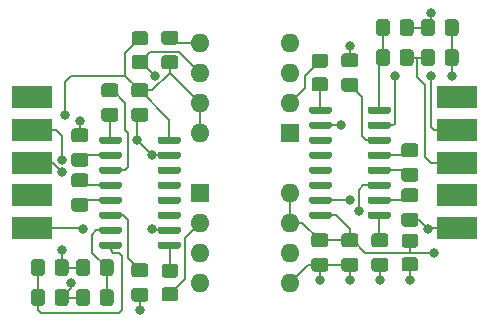
<source format=gbr>
%TF.GenerationSoftware,KiCad,Pcbnew,5.1.8*%
%TF.CreationDate,2020-11-15T10:57:14+00:00*%
%TF.ProjectId,rs232Isolator,72733233-3249-4736-9f6c-61746f722e6b,rev?*%
%TF.SameCoordinates,PX4421680PY42d7d10*%
%TF.FileFunction,Copper,L1,Top*%
%TF.FilePolarity,Positive*%
%FSLAX46Y46*%
G04 Gerber Fmt 4.6, Leading zero omitted, Abs format (unit mm)*
G04 Created by KiCad (PCBNEW 5.1.8) date 2020-11-15 10:57:14*
%MOMM*%
%LPD*%
G01*
G04 APERTURE LIST*
%TA.AperFunction,SMDPad,CuDef*%
%ADD10R,3.480000X1.846667*%
%TD*%
%TA.AperFunction,ComponentPad*%
%ADD11O,1.600000X1.600000*%
%TD*%
%TA.AperFunction,ComponentPad*%
%ADD12R,1.600000X1.600000*%
%TD*%
%TA.AperFunction,ViaPad*%
%ADD13C,0.800000*%
%TD*%
%TA.AperFunction,Conductor*%
%ADD14C,0.200000*%
%TD*%
G04 APERTURE END LIST*
%TO.P,U4,16*%
%TO.N,/5V2*%
%TA.AperFunction,SMDPad,CuDef*%
G36*
G01*
X27390000Y-19295000D02*
X27390000Y-19595000D01*
G75*
G02*
X27240000Y-19745000I-150000J0D01*
G01*
X25590000Y-19745000D01*
G75*
G02*
X25440000Y-19595000I0J150000D01*
G01*
X25440000Y-19295000D01*
G75*
G02*
X25590000Y-19145000I150000J0D01*
G01*
X27240000Y-19145000D01*
G75*
G02*
X27390000Y-19295000I0J-150000D01*
G01*
G37*
%TD.AperFunction*%
%TO.P,U4,15*%
%TO.N,/Gnd2*%
%TA.AperFunction,SMDPad,CuDef*%
G36*
G01*
X27390000Y-18025000D02*
X27390000Y-18325000D01*
G75*
G02*
X27240000Y-18475000I-150000J0D01*
G01*
X25590000Y-18475000D01*
G75*
G02*
X25440000Y-18325000I0J150000D01*
G01*
X25440000Y-18025000D01*
G75*
G02*
X25590000Y-17875000I150000J0D01*
G01*
X27240000Y-17875000D01*
G75*
G02*
X27390000Y-18025000I0J-150000D01*
G01*
G37*
%TD.AperFunction*%
%TO.P,U4,14*%
%TO.N,Net-(U4-Pad14)*%
%TA.AperFunction,SMDPad,CuDef*%
G36*
G01*
X27390000Y-16755000D02*
X27390000Y-17055000D01*
G75*
G02*
X27240000Y-17205000I-150000J0D01*
G01*
X25590000Y-17205000D01*
G75*
G02*
X25440000Y-17055000I0J150000D01*
G01*
X25440000Y-16755000D01*
G75*
G02*
X25590000Y-16605000I150000J0D01*
G01*
X27240000Y-16605000D01*
G75*
G02*
X27390000Y-16755000I0J-150000D01*
G01*
G37*
%TD.AperFunction*%
%TO.P,U4,13*%
%TO.N,Net-(U4-Pad13)*%
%TA.AperFunction,SMDPad,CuDef*%
G36*
G01*
X27390000Y-15485000D02*
X27390000Y-15785000D01*
G75*
G02*
X27240000Y-15935000I-150000J0D01*
G01*
X25590000Y-15935000D01*
G75*
G02*
X25440000Y-15785000I0J150000D01*
G01*
X25440000Y-15485000D01*
G75*
G02*
X25590000Y-15335000I150000J0D01*
G01*
X27240000Y-15335000D01*
G75*
G02*
X27390000Y-15485000I0J-150000D01*
G01*
G37*
%TD.AperFunction*%
%TO.P,U4,12*%
%TO.N,Net-(U4-Pad12)*%
%TA.AperFunction,SMDPad,CuDef*%
G36*
G01*
X27390000Y-14215000D02*
X27390000Y-14515000D01*
G75*
G02*
X27240000Y-14665000I-150000J0D01*
G01*
X25590000Y-14665000D01*
G75*
G02*
X25440000Y-14515000I0J150000D01*
G01*
X25440000Y-14215000D01*
G75*
G02*
X25590000Y-14065000I150000J0D01*
G01*
X27240000Y-14065000D01*
G75*
G02*
X27390000Y-14215000I0J-150000D01*
G01*
G37*
%TD.AperFunction*%
%TO.P,U4,11*%
%TO.N,Net-(U4-Pad11)*%
%TA.AperFunction,SMDPad,CuDef*%
G36*
G01*
X27390000Y-12945000D02*
X27390000Y-13245000D01*
G75*
G02*
X27240000Y-13395000I-150000J0D01*
G01*
X25590000Y-13395000D01*
G75*
G02*
X25440000Y-13245000I0J150000D01*
G01*
X25440000Y-12945000D01*
G75*
G02*
X25590000Y-12795000I150000J0D01*
G01*
X27240000Y-12795000D01*
G75*
G02*
X27390000Y-12945000I0J-150000D01*
G01*
G37*
%TD.AperFunction*%
%TO.P,U4,10*%
%TO.N,Net-(R7-Pad2)*%
%TA.AperFunction,SMDPad,CuDef*%
G36*
G01*
X27390000Y-11675000D02*
X27390000Y-11975000D01*
G75*
G02*
X27240000Y-12125000I-150000J0D01*
G01*
X25590000Y-12125000D01*
G75*
G02*
X25440000Y-11975000I0J150000D01*
G01*
X25440000Y-11675000D01*
G75*
G02*
X25590000Y-11525000I150000J0D01*
G01*
X27240000Y-11525000D01*
G75*
G02*
X27390000Y-11675000I0J-150000D01*
G01*
G37*
%TD.AperFunction*%
%TO.P,U4,9*%
%TO.N,Net-(R8-Pad1)*%
%TA.AperFunction,SMDPad,CuDef*%
G36*
G01*
X27390000Y-10405000D02*
X27390000Y-10705000D01*
G75*
G02*
X27240000Y-10855000I-150000J0D01*
G01*
X25590000Y-10855000D01*
G75*
G02*
X25440000Y-10705000I0J150000D01*
G01*
X25440000Y-10405000D01*
G75*
G02*
X25590000Y-10255000I150000J0D01*
G01*
X27240000Y-10255000D01*
G75*
G02*
X27390000Y-10405000I0J-150000D01*
G01*
G37*
%TD.AperFunction*%
%TO.P,U4,8*%
%TO.N,/Rx2*%
%TA.AperFunction,SMDPad,CuDef*%
G36*
G01*
X32340000Y-10405000D02*
X32340000Y-10705000D01*
G75*
G02*
X32190000Y-10855000I-150000J0D01*
G01*
X30540000Y-10855000D01*
G75*
G02*
X30390000Y-10705000I0J150000D01*
G01*
X30390000Y-10405000D01*
G75*
G02*
X30540000Y-10255000I150000J0D01*
G01*
X32190000Y-10255000D01*
G75*
G02*
X32340000Y-10405000I0J-150000D01*
G01*
G37*
%TD.AperFunction*%
%TO.P,U4,7*%
%TO.N,/Tx2*%
%TA.AperFunction,SMDPad,CuDef*%
G36*
G01*
X32340000Y-11675000D02*
X32340000Y-11975000D01*
G75*
G02*
X32190000Y-12125000I-150000J0D01*
G01*
X30540000Y-12125000D01*
G75*
G02*
X30390000Y-11975000I0J150000D01*
G01*
X30390000Y-11675000D01*
G75*
G02*
X30540000Y-11525000I150000J0D01*
G01*
X32190000Y-11525000D01*
G75*
G02*
X32340000Y-11675000I0J-150000D01*
G01*
G37*
%TD.AperFunction*%
%TO.P,U4,6*%
%TO.N,Net-(C12-Pad1)*%
%TA.AperFunction,SMDPad,CuDef*%
G36*
G01*
X32340000Y-12945000D02*
X32340000Y-13245000D01*
G75*
G02*
X32190000Y-13395000I-150000J0D01*
G01*
X30540000Y-13395000D01*
G75*
G02*
X30390000Y-13245000I0J150000D01*
G01*
X30390000Y-12945000D01*
G75*
G02*
X30540000Y-12795000I150000J0D01*
G01*
X32190000Y-12795000D01*
G75*
G02*
X32340000Y-12945000I0J-150000D01*
G01*
G37*
%TD.AperFunction*%
%TO.P,U4,5*%
%TO.N,Net-(C11-Pad2)*%
%TA.AperFunction,SMDPad,CuDef*%
G36*
G01*
X32340000Y-14215000D02*
X32340000Y-14515000D01*
G75*
G02*
X32190000Y-14665000I-150000J0D01*
G01*
X30540000Y-14665000D01*
G75*
G02*
X30390000Y-14515000I0J150000D01*
G01*
X30390000Y-14215000D01*
G75*
G02*
X30540000Y-14065000I150000J0D01*
G01*
X32190000Y-14065000D01*
G75*
G02*
X32340000Y-14215000I0J-150000D01*
G01*
G37*
%TD.AperFunction*%
%TO.P,U4,4*%
%TO.N,Net-(C11-Pad1)*%
%TA.AperFunction,SMDPad,CuDef*%
G36*
G01*
X32340000Y-15485000D02*
X32340000Y-15785000D01*
G75*
G02*
X32190000Y-15935000I-150000J0D01*
G01*
X30540000Y-15935000D01*
G75*
G02*
X30390000Y-15785000I0J150000D01*
G01*
X30390000Y-15485000D01*
G75*
G02*
X30540000Y-15335000I150000J0D01*
G01*
X32190000Y-15335000D01*
G75*
G02*
X32340000Y-15485000I0J-150000D01*
G01*
G37*
%TD.AperFunction*%
%TO.P,U4,3*%
%TO.N,Net-(C8-Pad2)*%
%TA.AperFunction,SMDPad,CuDef*%
G36*
G01*
X32340000Y-16755000D02*
X32340000Y-17055000D01*
G75*
G02*
X32190000Y-17205000I-150000J0D01*
G01*
X30540000Y-17205000D01*
G75*
G02*
X30390000Y-17055000I0J150000D01*
G01*
X30390000Y-16755000D01*
G75*
G02*
X30540000Y-16605000I150000J0D01*
G01*
X32190000Y-16605000D01*
G75*
G02*
X32340000Y-16755000I0J-150000D01*
G01*
G37*
%TD.AperFunction*%
%TO.P,U4,2*%
%TO.N,Net-(C10-Pad1)*%
%TA.AperFunction,SMDPad,CuDef*%
G36*
G01*
X32340000Y-18025000D02*
X32340000Y-18325000D01*
G75*
G02*
X32190000Y-18475000I-150000J0D01*
G01*
X30540000Y-18475000D01*
G75*
G02*
X30390000Y-18325000I0J150000D01*
G01*
X30390000Y-18025000D01*
G75*
G02*
X30540000Y-17875000I150000J0D01*
G01*
X32190000Y-17875000D01*
G75*
G02*
X32340000Y-18025000I0J-150000D01*
G01*
G37*
%TD.AperFunction*%
%TO.P,U4,1*%
%TO.N,Net-(C8-Pad1)*%
%TA.AperFunction,SMDPad,CuDef*%
G36*
G01*
X32340000Y-19295000D02*
X32340000Y-19595000D01*
G75*
G02*
X32190000Y-19745000I-150000J0D01*
G01*
X30540000Y-19745000D01*
G75*
G02*
X30390000Y-19595000I0J150000D01*
G01*
X30390000Y-19295000D01*
G75*
G02*
X30540000Y-19145000I150000J0D01*
G01*
X32190000Y-19145000D01*
G75*
G02*
X32340000Y-19295000I0J-150000D01*
G01*
G37*
%TD.AperFunction*%
%TD*%
%TO.P,U1,16*%
%TO.N,/5V1*%
%TA.AperFunction,SMDPad,CuDef*%
G36*
G01*
X12610000Y-13245000D02*
X12610000Y-12945000D01*
G75*
G02*
X12760000Y-12795000I150000J0D01*
G01*
X14410000Y-12795000D01*
G75*
G02*
X14560000Y-12945000I0J-150000D01*
G01*
X14560000Y-13245000D01*
G75*
G02*
X14410000Y-13395000I-150000J0D01*
G01*
X12760000Y-13395000D01*
G75*
G02*
X12610000Y-13245000I0J150000D01*
G01*
G37*
%TD.AperFunction*%
%TO.P,U1,15*%
%TO.N,/Gnd1*%
%TA.AperFunction,SMDPad,CuDef*%
G36*
G01*
X12610000Y-14515000D02*
X12610000Y-14215000D01*
G75*
G02*
X12760000Y-14065000I150000J0D01*
G01*
X14410000Y-14065000D01*
G75*
G02*
X14560000Y-14215000I0J-150000D01*
G01*
X14560000Y-14515000D01*
G75*
G02*
X14410000Y-14665000I-150000J0D01*
G01*
X12760000Y-14665000D01*
G75*
G02*
X12610000Y-14515000I0J150000D01*
G01*
G37*
%TD.AperFunction*%
%TO.P,U1,14*%
%TO.N,Net-(U1-Pad14)*%
%TA.AperFunction,SMDPad,CuDef*%
G36*
G01*
X12610000Y-15785000D02*
X12610000Y-15485000D01*
G75*
G02*
X12760000Y-15335000I150000J0D01*
G01*
X14410000Y-15335000D01*
G75*
G02*
X14560000Y-15485000I0J-150000D01*
G01*
X14560000Y-15785000D01*
G75*
G02*
X14410000Y-15935000I-150000J0D01*
G01*
X12760000Y-15935000D01*
G75*
G02*
X12610000Y-15785000I0J150000D01*
G01*
G37*
%TD.AperFunction*%
%TO.P,U1,13*%
%TO.N,Net-(U1-Pad13)*%
%TA.AperFunction,SMDPad,CuDef*%
G36*
G01*
X12610000Y-17055000D02*
X12610000Y-16755000D01*
G75*
G02*
X12760000Y-16605000I150000J0D01*
G01*
X14410000Y-16605000D01*
G75*
G02*
X14560000Y-16755000I0J-150000D01*
G01*
X14560000Y-17055000D01*
G75*
G02*
X14410000Y-17205000I-150000J0D01*
G01*
X12760000Y-17205000D01*
G75*
G02*
X12610000Y-17055000I0J150000D01*
G01*
G37*
%TD.AperFunction*%
%TO.P,U1,12*%
%TO.N,Net-(U1-Pad12)*%
%TA.AperFunction,SMDPad,CuDef*%
G36*
G01*
X12610000Y-18325000D02*
X12610000Y-18025000D01*
G75*
G02*
X12760000Y-17875000I150000J0D01*
G01*
X14410000Y-17875000D01*
G75*
G02*
X14560000Y-18025000I0J-150000D01*
G01*
X14560000Y-18325000D01*
G75*
G02*
X14410000Y-18475000I-150000J0D01*
G01*
X12760000Y-18475000D01*
G75*
G02*
X12610000Y-18325000I0J150000D01*
G01*
G37*
%TD.AperFunction*%
%TO.P,U1,11*%
%TO.N,Net-(U1-Pad11)*%
%TA.AperFunction,SMDPad,CuDef*%
G36*
G01*
X12610000Y-19595000D02*
X12610000Y-19295000D01*
G75*
G02*
X12760000Y-19145000I150000J0D01*
G01*
X14410000Y-19145000D01*
G75*
G02*
X14560000Y-19295000I0J-150000D01*
G01*
X14560000Y-19595000D01*
G75*
G02*
X14410000Y-19745000I-150000J0D01*
G01*
X12760000Y-19745000D01*
G75*
G02*
X12610000Y-19595000I0J150000D01*
G01*
G37*
%TD.AperFunction*%
%TO.P,U1,10*%
%TO.N,Net-(R6-Pad2)*%
%TA.AperFunction,SMDPad,CuDef*%
G36*
G01*
X12610000Y-20865000D02*
X12610000Y-20565000D01*
G75*
G02*
X12760000Y-20415000I150000J0D01*
G01*
X14410000Y-20415000D01*
G75*
G02*
X14560000Y-20565000I0J-150000D01*
G01*
X14560000Y-20865000D01*
G75*
G02*
X14410000Y-21015000I-150000J0D01*
G01*
X12760000Y-21015000D01*
G75*
G02*
X12610000Y-20865000I0J150000D01*
G01*
G37*
%TD.AperFunction*%
%TO.P,U1,9*%
%TO.N,Net-(R5-Pad1)*%
%TA.AperFunction,SMDPad,CuDef*%
G36*
G01*
X12610000Y-22135000D02*
X12610000Y-21835000D01*
G75*
G02*
X12760000Y-21685000I150000J0D01*
G01*
X14410000Y-21685000D01*
G75*
G02*
X14560000Y-21835000I0J-150000D01*
G01*
X14560000Y-22135000D01*
G75*
G02*
X14410000Y-22285000I-150000J0D01*
G01*
X12760000Y-22285000D01*
G75*
G02*
X12610000Y-22135000I0J150000D01*
G01*
G37*
%TD.AperFunction*%
%TO.P,U1,8*%
%TO.N,/Rx1*%
%TA.AperFunction,SMDPad,CuDef*%
G36*
G01*
X7660000Y-22135000D02*
X7660000Y-21835000D01*
G75*
G02*
X7810000Y-21685000I150000J0D01*
G01*
X9460000Y-21685000D01*
G75*
G02*
X9610000Y-21835000I0J-150000D01*
G01*
X9610000Y-22135000D01*
G75*
G02*
X9460000Y-22285000I-150000J0D01*
G01*
X7810000Y-22285000D01*
G75*
G02*
X7660000Y-22135000I0J150000D01*
G01*
G37*
%TD.AperFunction*%
%TO.P,U1,7*%
%TO.N,/Tx1*%
%TA.AperFunction,SMDPad,CuDef*%
G36*
G01*
X7660000Y-20865000D02*
X7660000Y-20565000D01*
G75*
G02*
X7810000Y-20415000I150000J0D01*
G01*
X9460000Y-20415000D01*
G75*
G02*
X9610000Y-20565000I0J-150000D01*
G01*
X9610000Y-20865000D01*
G75*
G02*
X9460000Y-21015000I-150000J0D01*
G01*
X7810000Y-21015000D01*
G75*
G02*
X7660000Y-20865000I0J150000D01*
G01*
G37*
%TD.AperFunction*%
%TO.P,U1,6*%
%TO.N,Net-(C3-Pad1)*%
%TA.AperFunction,SMDPad,CuDef*%
G36*
G01*
X7660000Y-19595000D02*
X7660000Y-19295000D01*
G75*
G02*
X7810000Y-19145000I150000J0D01*
G01*
X9460000Y-19145000D01*
G75*
G02*
X9610000Y-19295000I0J-150000D01*
G01*
X9610000Y-19595000D01*
G75*
G02*
X9460000Y-19745000I-150000J0D01*
G01*
X7810000Y-19745000D01*
G75*
G02*
X7660000Y-19595000I0J150000D01*
G01*
G37*
%TD.AperFunction*%
%TO.P,U1,5*%
%TO.N,Net-(C2-Pad2)*%
%TA.AperFunction,SMDPad,CuDef*%
G36*
G01*
X7660000Y-18325000D02*
X7660000Y-18025000D01*
G75*
G02*
X7810000Y-17875000I150000J0D01*
G01*
X9460000Y-17875000D01*
G75*
G02*
X9610000Y-18025000I0J-150000D01*
G01*
X9610000Y-18325000D01*
G75*
G02*
X9460000Y-18475000I-150000J0D01*
G01*
X7810000Y-18475000D01*
G75*
G02*
X7660000Y-18325000I0J150000D01*
G01*
G37*
%TD.AperFunction*%
%TO.P,U1,4*%
%TO.N,Net-(C2-Pad1)*%
%TA.AperFunction,SMDPad,CuDef*%
G36*
G01*
X7660000Y-17055000D02*
X7660000Y-16755000D01*
G75*
G02*
X7810000Y-16605000I150000J0D01*
G01*
X9460000Y-16605000D01*
G75*
G02*
X9610000Y-16755000I0J-150000D01*
G01*
X9610000Y-17055000D01*
G75*
G02*
X9460000Y-17205000I-150000J0D01*
G01*
X7810000Y-17205000D01*
G75*
G02*
X7660000Y-17055000I0J150000D01*
G01*
G37*
%TD.AperFunction*%
%TO.P,U1,3*%
%TO.N,Net-(C1-Pad2)*%
%TA.AperFunction,SMDPad,CuDef*%
G36*
G01*
X7660000Y-15785000D02*
X7660000Y-15485000D01*
G75*
G02*
X7810000Y-15335000I150000J0D01*
G01*
X9460000Y-15335000D01*
G75*
G02*
X9610000Y-15485000I0J-150000D01*
G01*
X9610000Y-15785000D01*
G75*
G02*
X9460000Y-15935000I-150000J0D01*
G01*
X7810000Y-15935000D01*
G75*
G02*
X7660000Y-15785000I0J150000D01*
G01*
G37*
%TD.AperFunction*%
%TO.P,U1,2*%
%TO.N,Net-(C4-Pad1)*%
%TA.AperFunction,SMDPad,CuDef*%
G36*
G01*
X7660000Y-14515000D02*
X7660000Y-14215000D01*
G75*
G02*
X7810000Y-14065000I150000J0D01*
G01*
X9460000Y-14065000D01*
G75*
G02*
X9610000Y-14215000I0J-150000D01*
G01*
X9610000Y-14515000D01*
G75*
G02*
X9460000Y-14665000I-150000J0D01*
G01*
X7810000Y-14665000D01*
G75*
G02*
X7660000Y-14515000I0J150000D01*
G01*
G37*
%TD.AperFunction*%
%TO.P,U1,1*%
%TO.N,Net-(C1-Pad1)*%
%TA.AperFunction,SMDPad,CuDef*%
G36*
G01*
X7660000Y-13245000D02*
X7660000Y-12945000D01*
G75*
G02*
X7810000Y-12795000I150000J0D01*
G01*
X9460000Y-12795000D01*
G75*
G02*
X9610000Y-12945000I0J-150000D01*
G01*
X9610000Y-13245000D01*
G75*
G02*
X9460000Y-13395000I-150000J0D01*
G01*
X7810000Y-13395000D01*
G75*
G02*
X7660000Y-13245000I0J150000D01*
G01*
G37*
%TD.AperFunction*%
%TD*%
D10*
%TO.P,J2,5*%
%TO.N,/Gnd2*%
X38000000Y-20540000D03*
%TO.P,J2,4*%
%TO.N,Net-(J2-Pad4)*%
X38000000Y-17770000D03*
%TO.P,J2,3*%
%TO.N,Net-(J2-Pad3)*%
X38000000Y-15000000D03*
%TO.P,J2,2*%
%TO.N,Net-(J2-Pad2)*%
X38000000Y-12230000D03*
%TO.P,J2,1*%
%TO.N,Net-(J2-Pad1)*%
X38000000Y-9460000D03*
%TD*%
D11*
%TO.P,U3,8*%
%TO.N,/5V1*%
X16190000Y-12460000D03*
%TO.P,U3,4*%
%TO.N,N/C*%
X23810000Y-4840000D03*
%TO.P,U3,7*%
%TO.N,/5V1*%
X16190000Y-9920000D03*
%TO.P,U3,3*%
%TO.N,/Gnd2*%
X23810000Y-7380000D03*
%TO.P,U3,6*%
%TO.N,Net-(R6-Pad2)*%
X16190000Y-7380000D03*
%TO.P,U3,2*%
%TO.N,Net-(R8-Pad2)*%
X23810000Y-9920000D03*
%TO.P,U3,5*%
%TO.N,/Gnd1*%
X16190000Y-4840000D03*
D12*
%TO.P,U3,1*%
%TO.N,Net-(U3-Pad1)*%
X23810000Y-12460000D03*
%TD*%
D11*
%TO.P,U2,8*%
%TO.N,/5V2*%
X23810000Y-17540000D03*
%TO.P,U2,4*%
%TO.N,N/C*%
X16190000Y-25160000D03*
%TO.P,U2,7*%
%TO.N,/5V2*%
X23810000Y-20080000D03*
%TO.P,U2,3*%
%TO.N,/Gnd1*%
X16190000Y-22620000D03*
%TO.P,U2,6*%
%TO.N,Net-(R7-Pad2)*%
X23810000Y-22620000D03*
%TO.P,U2,2*%
%TO.N,Net-(R5-Pad2)*%
X16190000Y-20080000D03*
%TO.P,U2,5*%
%TO.N,/Gnd2*%
X23810000Y-25160000D03*
D12*
%TO.P,U2,1*%
%TO.N,Net-(U2-Pad1)*%
X16190000Y-17540000D03*
%TD*%
%TO.P,R12,2*%
%TO.N,Net-(J2-Pad3)*%
%TA.AperFunction,SMDPad,CuDef*%
G36*
G01*
X36110000Y-5659999D02*
X36110000Y-6560001D01*
G75*
G02*
X35860001Y-6810000I-249999J0D01*
G01*
X35159999Y-6810000D01*
G75*
G02*
X34910000Y-6560001I0J249999D01*
G01*
X34910000Y-5659999D01*
G75*
G02*
X35159999Y-5410000I249999J0D01*
G01*
X35860001Y-5410000D01*
G75*
G02*
X36110000Y-5659999I0J-249999D01*
G01*
G37*
%TD.AperFunction*%
%TO.P,R12,1*%
%TO.N,/Tx2*%
%TA.AperFunction,SMDPad,CuDef*%
G36*
G01*
X38110000Y-5659999D02*
X38110000Y-6560001D01*
G75*
G02*
X37860001Y-6810000I-249999J0D01*
G01*
X37159999Y-6810000D01*
G75*
G02*
X36910000Y-6560001I0J249999D01*
G01*
X36910000Y-5659999D01*
G75*
G02*
X37159999Y-5410000I249999J0D01*
G01*
X37860001Y-5410000D01*
G75*
G02*
X38110000Y-5659999I0J-249999D01*
G01*
G37*
%TD.AperFunction*%
%TD*%
%TO.P,R11,2*%
%TO.N,Net-(J2-Pad3)*%
%TA.AperFunction,SMDPad,CuDef*%
G36*
G01*
X33100000Y-6560001D02*
X33100000Y-5659999D01*
G75*
G02*
X33349999Y-5410000I249999J0D01*
G01*
X34050001Y-5410000D01*
G75*
G02*
X34300000Y-5659999I0J-249999D01*
G01*
X34300000Y-6560001D01*
G75*
G02*
X34050001Y-6810000I-249999J0D01*
G01*
X33349999Y-6810000D01*
G75*
G02*
X33100000Y-6560001I0J249999D01*
G01*
G37*
%TD.AperFunction*%
%TO.P,R11,1*%
%TO.N,/Rx2*%
%TA.AperFunction,SMDPad,CuDef*%
G36*
G01*
X31100000Y-6560001D02*
X31100000Y-5659999D01*
G75*
G02*
X31349999Y-5410000I249999J0D01*
G01*
X32050001Y-5410000D01*
G75*
G02*
X32300000Y-5659999I0J-249999D01*
G01*
X32300000Y-6560001D01*
G75*
G02*
X32050001Y-6810000I-249999J0D01*
G01*
X31349999Y-6810000D01*
G75*
G02*
X31100000Y-6560001I0J249999D01*
G01*
G37*
%TD.AperFunction*%
%TD*%
%TO.P,R10,2*%
%TO.N,Net-(J2-Pad2)*%
%TA.AperFunction,SMDPad,CuDef*%
G36*
G01*
X36110000Y-3119999D02*
X36110000Y-4020001D01*
G75*
G02*
X35860001Y-4270000I-249999J0D01*
G01*
X35159999Y-4270000D01*
G75*
G02*
X34910000Y-4020001I0J249999D01*
G01*
X34910000Y-3119999D01*
G75*
G02*
X35159999Y-2870000I249999J0D01*
G01*
X35860001Y-2870000D01*
G75*
G02*
X36110000Y-3119999I0J-249999D01*
G01*
G37*
%TD.AperFunction*%
%TO.P,R10,1*%
%TO.N,/Tx2*%
%TA.AperFunction,SMDPad,CuDef*%
G36*
G01*
X38110000Y-3119999D02*
X38110000Y-4020001D01*
G75*
G02*
X37860001Y-4270000I-249999J0D01*
G01*
X37159999Y-4270000D01*
G75*
G02*
X36910000Y-4020001I0J249999D01*
G01*
X36910000Y-3119999D01*
G75*
G02*
X37159999Y-2870000I249999J0D01*
G01*
X37860001Y-2870000D01*
G75*
G02*
X38110000Y-3119999I0J-249999D01*
G01*
G37*
%TD.AperFunction*%
%TD*%
%TO.P,R9,2*%
%TO.N,Net-(J2-Pad2)*%
%TA.AperFunction,SMDPad,CuDef*%
G36*
G01*
X33100000Y-4020001D02*
X33100000Y-3119999D01*
G75*
G02*
X33349999Y-2870000I249999J0D01*
G01*
X34050001Y-2870000D01*
G75*
G02*
X34300000Y-3119999I0J-249999D01*
G01*
X34300000Y-4020001D01*
G75*
G02*
X34050001Y-4270000I-249999J0D01*
G01*
X33349999Y-4270000D01*
G75*
G02*
X33100000Y-4020001I0J249999D01*
G01*
G37*
%TD.AperFunction*%
%TO.P,R9,1*%
%TO.N,/Rx2*%
%TA.AperFunction,SMDPad,CuDef*%
G36*
G01*
X31100000Y-4020001D02*
X31100000Y-3119999D01*
G75*
G02*
X31349999Y-2870000I249999J0D01*
G01*
X32050001Y-2870000D01*
G75*
G02*
X32300000Y-3119999I0J-249999D01*
G01*
X32300000Y-4020001D01*
G75*
G02*
X32050001Y-4270000I-249999J0D01*
G01*
X31349999Y-4270000D01*
G75*
G02*
X31100000Y-4020001I0J249999D01*
G01*
G37*
%TD.AperFunction*%
%TD*%
%TO.P,R8,2*%
%TO.N,Net-(R8-Pad2)*%
%TA.AperFunction,SMDPad,CuDef*%
G36*
G01*
X26800001Y-6980000D02*
X25899999Y-6980000D01*
G75*
G02*
X25650000Y-6730001I0J249999D01*
G01*
X25650000Y-6029999D01*
G75*
G02*
X25899999Y-5780000I249999J0D01*
G01*
X26800001Y-5780000D01*
G75*
G02*
X27050000Y-6029999I0J-249999D01*
G01*
X27050000Y-6730001D01*
G75*
G02*
X26800001Y-6980000I-249999J0D01*
G01*
G37*
%TD.AperFunction*%
%TO.P,R8,1*%
%TO.N,Net-(R8-Pad1)*%
%TA.AperFunction,SMDPad,CuDef*%
G36*
G01*
X26800001Y-8980000D02*
X25899999Y-8980000D01*
G75*
G02*
X25650000Y-8730001I0J249999D01*
G01*
X25650000Y-8029999D01*
G75*
G02*
X25899999Y-7780000I249999J0D01*
G01*
X26800001Y-7780000D01*
G75*
G02*
X27050000Y-8029999I0J-249999D01*
G01*
X27050000Y-8730001D01*
G75*
G02*
X26800001Y-8980000I-249999J0D01*
G01*
G37*
%TD.AperFunction*%
%TD*%
%TO.P,R7,2*%
%TO.N,Net-(R7-Pad2)*%
%TA.AperFunction,SMDPad,CuDef*%
G36*
G01*
X33519999Y-23020000D02*
X34420001Y-23020000D01*
G75*
G02*
X34670000Y-23269999I0J-249999D01*
G01*
X34670000Y-23970001D01*
G75*
G02*
X34420001Y-24220000I-249999J0D01*
G01*
X33519999Y-24220000D01*
G75*
G02*
X33270000Y-23970001I0J249999D01*
G01*
X33270000Y-23269999D01*
G75*
G02*
X33519999Y-23020000I249999J0D01*
G01*
G37*
%TD.AperFunction*%
%TO.P,R7,1*%
%TO.N,/5V2*%
%TA.AperFunction,SMDPad,CuDef*%
G36*
G01*
X33519999Y-21020000D02*
X34420001Y-21020000D01*
G75*
G02*
X34670000Y-21269999I0J-249999D01*
G01*
X34670000Y-21970001D01*
G75*
G02*
X34420001Y-22220000I-249999J0D01*
G01*
X33519999Y-22220000D01*
G75*
G02*
X33270000Y-21970001I0J249999D01*
G01*
X33270000Y-21269999D01*
G75*
G02*
X33519999Y-21020000I249999J0D01*
G01*
G37*
%TD.AperFunction*%
%TD*%
%TO.P,R6,2*%
%TO.N,Net-(R6-Pad2)*%
%TA.AperFunction,SMDPad,CuDef*%
G36*
G01*
X10659999Y-5875000D02*
X11560001Y-5875000D01*
G75*
G02*
X11810000Y-6124999I0J-249999D01*
G01*
X11810000Y-6825001D01*
G75*
G02*
X11560001Y-7075000I-249999J0D01*
G01*
X10659999Y-7075000D01*
G75*
G02*
X10410000Y-6825001I0J249999D01*
G01*
X10410000Y-6124999D01*
G75*
G02*
X10659999Y-5875000I249999J0D01*
G01*
G37*
%TD.AperFunction*%
%TO.P,R6,1*%
%TO.N,/5V1*%
%TA.AperFunction,SMDPad,CuDef*%
G36*
G01*
X10659999Y-3875000D02*
X11560001Y-3875000D01*
G75*
G02*
X11810000Y-4124999I0J-249999D01*
G01*
X11810000Y-4825001D01*
G75*
G02*
X11560001Y-5075000I-249999J0D01*
G01*
X10659999Y-5075000D01*
G75*
G02*
X10410000Y-4825001I0J249999D01*
G01*
X10410000Y-4124999D01*
G75*
G02*
X10659999Y-3875000I249999J0D01*
G01*
G37*
%TD.AperFunction*%
%TD*%
%TO.P,R5,2*%
%TO.N,Net-(R5-Pad2)*%
%TA.AperFunction,SMDPad,CuDef*%
G36*
G01*
X13199999Y-25560000D02*
X14100001Y-25560000D01*
G75*
G02*
X14350000Y-25809999I0J-249999D01*
G01*
X14350000Y-26510001D01*
G75*
G02*
X14100001Y-26760000I-249999J0D01*
G01*
X13199999Y-26760000D01*
G75*
G02*
X12950000Y-26510001I0J249999D01*
G01*
X12950000Y-25809999D01*
G75*
G02*
X13199999Y-25560000I249999J0D01*
G01*
G37*
%TD.AperFunction*%
%TO.P,R5,1*%
%TO.N,Net-(R5-Pad1)*%
%TA.AperFunction,SMDPad,CuDef*%
G36*
G01*
X13199999Y-23560000D02*
X14100001Y-23560000D01*
G75*
G02*
X14350000Y-23809999I0J-249999D01*
G01*
X14350000Y-24510001D01*
G75*
G02*
X14100001Y-24760000I-249999J0D01*
G01*
X13199999Y-24760000D01*
G75*
G02*
X12950000Y-24510001I0J249999D01*
G01*
X12950000Y-23809999D01*
G75*
G02*
X13199999Y-23560000I249999J0D01*
G01*
G37*
%TD.AperFunction*%
%TD*%
%TO.P,R4,2*%
%TO.N,Net-(J1-Pad3)*%
%TA.AperFunction,SMDPad,CuDef*%
G36*
G01*
X6900000Y-23439999D02*
X6900000Y-24340001D01*
G75*
G02*
X6650001Y-24590000I-249999J0D01*
G01*
X5949999Y-24590000D01*
G75*
G02*
X5700000Y-24340001I0J249999D01*
G01*
X5700000Y-23439999D01*
G75*
G02*
X5949999Y-23190000I249999J0D01*
G01*
X6650001Y-23190000D01*
G75*
G02*
X6900000Y-23439999I0J-249999D01*
G01*
G37*
%TD.AperFunction*%
%TO.P,R4,1*%
%TO.N,/Tx1*%
%TA.AperFunction,SMDPad,CuDef*%
G36*
G01*
X8900000Y-23439999D02*
X8900000Y-24340001D01*
G75*
G02*
X8650001Y-24590000I-249999J0D01*
G01*
X7949999Y-24590000D01*
G75*
G02*
X7700000Y-24340001I0J249999D01*
G01*
X7700000Y-23439999D01*
G75*
G02*
X7949999Y-23190000I249999J0D01*
G01*
X8650001Y-23190000D01*
G75*
G02*
X8900000Y-23439999I0J-249999D01*
G01*
G37*
%TD.AperFunction*%
%TD*%
%TO.P,R3,2*%
%TO.N,Net-(J1-Pad3)*%
%TA.AperFunction,SMDPad,CuDef*%
G36*
G01*
X3890000Y-24340001D02*
X3890000Y-23439999D01*
G75*
G02*
X4139999Y-23190000I249999J0D01*
G01*
X4840001Y-23190000D01*
G75*
G02*
X5090000Y-23439999I0J-249999D01*
G01*
X5090000Y-24340001D01*
G75*
G02*
X4840001Y-24590000I-249999J0D01*
G01*
X4139999Y-24590000D01*
G75*
G02*
X3890000Y-24340001I0J249999D01*
G01*
G37*
%TD.AperFunction*%
%TO.P,R3,1*%
%TO.N,/Rx1*%
%TA.AperFunction,SMDPad,CuDef*%
G36*
G01*
X1890000Y-24340001D02*
X1890000Y-23439999D01*
G75*
G02*
X2139999Y-23190000I249999J0D01*
G01*
X2840001Y-23190000D01*
G75*
G02*
X3090000Y-23439999I0J-249999D01*
G01*
X3090000Y-24340001D01*
G75*
G02*
X2840001Y-24590000I-249999J0D01*
G01*
X2139999Y-24590000D01*
G75*
G02*
X1890000Y-24340001I0J249999D01*
G01*
G37*
%TD.AperFunction*%
%TD*%
%TO.P,R2,2*%
%TO.N,Net-(J1-Pad2)*%
%TA.AperFunction,SMDPad,CuDef*%
G36*
G01*
X6900000Y-25979999D02*
X6900000Y-26880001D01*
G75*
G02*
X6650001Y-27130000I-249999J0D01*
G01*
X5949999Y-27130000D01*
G75*
G02*
X5700000Y-26880001I0J249999D01*
G01*
X5700000Y-25979999D01*
G75*
G02*
X5949999Y-25730000I249999J0D01*
G01*
X6650001Y-25730000D01*
G75*
G02*
X6900000Y-25979999I0J-249999D01*
G01*
G37*
%TD.AperFunction*%
%TO.P,R2,1*%
%TO.N,/Tx1*%
%TA.AperFunction,SMDPad,CuDef*%
G36*
G01*
X8900000Y-25979999D02*
X8900000Y-26880001D01*
G75*
G02*
X8650001Y-27130000I-249999J0D01*
G01*
X7949999Y-27130000D01*
G75*
G02*
X7700000Y-26880001I0J249999D01*
G01*
X7700000Y-25979999D01*
G75*
G02*
X7949999Y-25730000I249999J0D01*
G01*
X8650001Y-25730000D01*
G75*
G02*
X8900000Y-25979999I0J-249999D01*
G01*
G37*
%TD.AperFunction*%
%TD*%
%TO.P,R1,2*%
%TO.N,Net-(J1-Pad2)*%
%TA.AperFunction,SMDPad,CuDef*%
G36*
G01*
X3890000Y-26880001D02*
X3890000Y-25979999D01*
G75*
G02*
X4139999Y-25730000I249999J0D01*
G01*
X4840001Y-25730000D01*
G75*
G02*
X5090000Y-25979999I0J-249999D01*
G01*
X5090000Y-26880001D01*
G75*
G02*
X4840001Y-27130000I-249999J0D01*
G01*
X4139999Y-27130000D01*
G75*
G02*
X3890000Y-26880001I0J249999D01*
G01*
G37*
%TD.AperFunction*%
%TO.P,R1,1*%
%TO.N,/Rx1*%
%TA.AperFunction,SMDPad,CuDef*%
G36*
G01*
X1890000Y-26880001D02*
X1890000Y-25979999D01*
G75*
G02*
X2139999Y-25730000I249999J0D01*
G01*
X2840001Y-25730000D01*
G75*
G02*
X3090000Y-25979999I0J-249999D01*
G01*
X3090000Y-26880001D01*
G75*
G02*
X2840001Y-27130000I-249999J0D01*
G01*
X2139999Y-27130000D01*
G75*
G02*
X1890000Y-26880001I0J249999D01*
G01*
G37*
%TD.AperFunction*%
%TD*%
D10*
%TO.P,J1,5*%
%TO.N,/Gnd1*%
X2000000Y-20540000D03*
%TO.P,J1,4*%
%TO.N,Net-(J1-Pad4)*%
X2000000Y-17770000D03*
%TO.P,J1,3*%
%TO.N,Net-(J1-Pad3)*%
X2000000Y-15000000D03*
%TO.P,J1,2*%
%TO.N,Net-(J1-Pad2)*%
X2000000Y-12230000D03*
%TO.P,J1,1*%
%TO.N,Net-(J1-Pad1)*%
X2000000Y-9460000D03*
%TD*%
%TO.P,C12,2*%
%TO.N,/Gnd2*%
%TA.AperFunction,SMDPad,CuDef*%
G36*
G01*
X29365000Y-6930000D02*
X28415000Y-6930000D01*
G75*
G02*
X28165000Y-6680000I0J250000D01*
G01*
X28165000Y-6005000D01*
G75*
G02*
X28415000Y-5755000I250000J0D01*
G01*
X29365000Y-5755000D01*
G75*
G02*
X29615000Y-6005000I0J-250000D01*
G01*
X29615000Y-6680000D01*
G75*
G02*
X29365000Y-6930000I-250000J0D01*
G01*
G37*
%TD.AperFunction*%
%TO.P,C12,1*%
%TO.N,Net-(C12-Pad1)*%
%TA.AperFunction,SMDPad,CuDef*%
G36*
G01*
X29365000Y-9005000D02*
X28415000Y-9005000D01*
G75*
G02*
X28165000Y-8755000I0J250000D01*
G01*
X28165000Y-8080000D01*
G75*
G02*
X28415000Y-7830000I250000J0D01*
G01*
X29365000Y-7830000D01*
G75*
G02*
X29615000Y-8080000I0J-250000D01*
G01*
X29615000Y-8755000D01*
G75*
G02*
X29365000Y-9005000I-250000J0D01*
G01*
G37*
%TD.AperFunction*%
%TD*%
%TO.P,C11,2*%
%TO.N,Net-(C11-Pad2)*%
%TA.AperFunction,SMDPad,CuDef*%
G36*
G01*
X34445000Y-14550000D02*
X33495000Y-14550000D01*
G75*
G02*
X33245000Y-14300000I0J250000D01*
G01*
X33245000Y-13625000D01*
G75*
G02*
X33495000Y-13375000I250000J0D01*
G01*
X34445000Y-13375000D01*
G75*
G02*
X34695000Y-13625000I0J-250000D01*
G01*
X34695000Y-14300000D01*
G75*
G02*
X34445000Y-14550000I-250000J0D01*
G01*
G37*
%TD.AperFunction*%
%TO.P,C11,1*%
%TO.N,Net-(C11-Pad1)*%
%TA.AperFunction,SMDPad,CuDef*%
G36*
G01*
X34445000Y-16625000D02*
X33495000Y-16625000D01*
G75*
G02*
X33245000Y-16375000I0J250000D01*
G01*
X33245000Y-15700000D01*
G75*
G02*
X33495000Y-15450000I250000J0D01*
G01*
X34445000Y-15450000D01*
G75*
G02*
X34695000Y-15700000I0J-250000D01*
G01*
X34695000Y-16375000D01*
G75*
G02*
X34445000Y-16625000I-250000J0D01*
G01*
G37*
%TD.AperFunction*%
%TD*%
%TO.P,C10,2*%
%TO.N,/Gnd2*%
%TA.AperFunction,SMDPad,CuDef*%
G36*
G01*
X33495000Y-19260000D02*
X34445000Y-19260000D01*
G75*
G02*
X34695000Y-19510000I0J-250000D01*
G01*
X34695000Y-20185000D01*
G75*
G02*
X34445000Y-20435000I-250000J0D01*
G01*
X33495000Y-20435000D01*
G75*
G02*
X33245000Y-20185000I0J250000D01*
G01*
X33245000Y-19510000D01*
G75*
G02*
X33495000Y-19260000I250000J0D01*
G01*
G37*
%TD.AperFunction*%
%TO.P,C10,1*%
%TO.N,Net-(C10-Pad1)*%
%TA.AperFunction,SMDPad,CuDef*%
G36*
G01*
X33495000Y-17185000D02*
X34445000Y-17185000D01*
G75*
G02*
X34695000Y-17435000I0J-250000D01*
G01*
X34695000Y-18110000D01*
G75*
G02*
X34445000Y-18360000I-250000J0D01*
G01*
X33495000Y-18360000D01*
G75*
G02*
X33245000Y-18110000I0J250000D01*
G01*
X33245000Y-17435000D01*
G75*
G02*
X33495000Y-17185000I250000J0D01*
G01*
G37*
%TD.AperFunction*%
%TD*%
%TO.P,C9,2*%
%TO.N,/Gnd2*%
%TA.AperFunction,SMDPad,CuDef*%
G36*
G01*
X28415000Y-23070000D02*
X29365000Y-23070000D01*
G75*
G02*
X29615000Y-23320000I0J-250000D01*
G01*
X29615000Y-23995000D01*
G75*
G02*
X29365000Y-24245000I-250000J0D01*
G01*
X28415000Y-24245000D01*
G75*
G02*
X28165000Y-23995000I0J250000D01*
G01*
X28165000Y-23320000D01*
G75*
G02*
X28415000Y-23070000I250000J0D01*
G01*
G37*
%TD.AperFunction*%
%TO.P,C9,1*%
%TO.N,/5V2*%
%TA.AperFunction,SMDPad,CuDef*%
G36*
G01*
X28415000Y-20995000D02*
X29365000Y-20995000D01*
G75*
G02*
X29615000Y-21245000I0J-250000D01*
G01*
X29615000Y-21920000D01*
G75*
G02*
X29365000Y-22170000I-250000J0D01*
G01*
X28415000Y-22170000D01*
G75*
G02*
X28165000Y-21920000I0J250000D01*
G01*
X28165000Y-21245000D01*
G75*
G02*
X28415000Y-20995000I250000J0D01*
G01*
G37*
%TD.AperFunction*%
%TD*%
%TO.P,C8,2*%
%TO.N,Net-(C8-Pad2)*%
%TA.AperFunction,SMDPad,CuDef*%
G36*
G01*
X30955000Y-23070000D02*
X31905000Y-23070000D01*
G75*
G02*
X32155000Y-23320000I0J-250000D01*
G01*
X32155000Y-23995000D01*
G75*
G02*
X31905000Y-24245000I-250000J0D01*
G01*
X30955000Y-24245000D01*
G75*
G02*
X30705000Y-23995000I0J250000D01*
G01*
X30705000Y-23320000D01*
G75*
G02*
X30955000Y-23070000I250000J0D01*
G01*
G37*
%TD.AperFunction*%
%TO.P,C8,1*%
%TO.N,Net-(C8-Pad1)*%
%TA.AperFunction,SMDPad,CuDef*%
G36*
G01*
X30955000Y-20995000D02*
X31905000Y-20995000D01*
G75*
G02*
X32155000Y-21245000I0J-250000D01*
G01*
X32155000Y-21920000D01*
G75*
G02*
X31905000Y-22170000I-250000J0D01*
G01*
X30955000Y-22170000D01*
G75*
G02*
X30705000Y-21920000I0J250000D01*
G01*
X30705000Y-21245000D01*
G75*
G02*
X30955000Y-20995000I250000J0D01*
G01*
G37*
%TD.AperFunction*%
%TD*%
%TO.P,C7,2*%
%TO.N,/Gnd2*%
%TA.AperFunction,SMDPad,CuDef*%
G36*
G01*
X25875000Y-23070000D02*
X26825000Y-23070000D01*
G75*
G02*
X27075000Y-23320000I0J-250000D01*
G01*
X27075000Y-23995000D01*
G75*
G02*
X26825000Y-24245000I-250000J0D01*
G01*
X25875000Y-24245000D01*
G75*
G02*
X25625000Y-23995000I0J250000D01*
G01*
X25625000Y-23320000D01*
G75*
G02*
X25875000Y-23070000I250000J0D01*
G01*
G37*
%TD.AperFunction*%
%TO.P,C7,1*%
%TO.N,/5V2*%
%TA.AperFunction,SMDPad,CuDef*%
G36*
G01*
X25875000Y-20995000D02*
X26825000Y-20995000D01*
G75*
G02*
X27075000Y-21245000I0J-250000D01*
G01*
X27075000Y-21920000D01*
G75*
G02*
X26825000Y-22170000I-250000J0D01*
G01*
X25875000Y-22170000D01*
G75*
G02*
X25625000Y-21920000I0J250000D01*
G01*
X25625000Y-21245000D01*
G75*
G02*
X25875000Y-20995000I250000J0D01*
G01*
G37*
%TD.AperFunction*%
%TD*%
%TO.P,C6,2*%
%TO.N,/Gnd1*%
%TA.AperFunction,SMDPad,CuDef*%
G36*
G01*
X14125000Y-5025000D02*
X13175000Y-5025000D01*
G75*
G02*
X12925000Y-4775000I0J250000D01*
G01*
X12925000Y-4100000D01*
G75*
G02*
X13175000Y-3850000I250000J0D01*
G01*
X14125000Y-3850000D01*
G75*
G02*
X14375000Y-4100000I0J-250000D01*
G01*
X14375000Y-4775000D01*
G75*
G02*
X14125000Y-5025000I-250000J0D01*
G01*
G37*
%TD.AperFunction*%
%TO.P,C6,1*%
%TO.N,/5V1*%
%TA.AperFunction,SMDPad,CuDef*%
G36*
G01*
X14125000Y-7100000D02*
X13175000Y-7100000D01*
G75*
G02*
X12925000Y-6850000I0J250000D01*
G01*
X12925000Y-6175000D01*
G75*
G02*
X13175000Y-5925000I250000J0D01*
G01*
X14125000Y-5925000D01*
G75*
G02*
X14375000Y-6175000I0J-250000D01*
G01*
X14375000Y-6850000D01*
G75*
G02*
X14125000Y-7100000I-250000J0D01*
G01*
G37*
%TD.AperFunction*%
%TD*%
%TO.P,C5,2*%
%TO.N,/Gnd1*%
%TA.AperFunction,SMDPad,CuDef*%
G36*
G01*
X10635000Y-10370000D02*
X11585000Y-10370000D01*
G75*
G02*
X11835000Y-10620000I0J-250000D01*
G01*
X11835000Y-11295000D01*
G75*
G02*
X11585000Y-11545000I-250000J0D01*
G01*
X10635000Y-11545000D01*
G75*
G02*
X10385000Y-11295000I0J250000D01*
G01*
X10385000Y-10620000D01*
G75*
G02*
X10635000Y-10370000I250000J0D01*
G01*
G37*
%TD.AperFunction*%
%TO.P,C5,1*%
%TO.N,/5V1*%
%TA.AperFunction,SMDPad,CuDef*%
G36*
G01*
X10635000Y-8295000D02*
X11585000Y-8295000D01*
G75*
G02*
X11835000Y-8545000I0J-250000D01*
G01*
X11835000Y-9220000D01*
G75*
G02*
X11585000Y-9470000I-250000J0D01*
G01*
X10635000Y-9470000D01*
G75*
G02*
X10385000Y-9220000I0J250000D01*
G01*
X10385000Y-8545000D01*
G75*
G02*
X10635000Y-8295000I250000J0D01*
G01*
G37*
%TD.AperFunction*%
%TD*%
%TO.P,C4,2*%
%TO.N,/Gnd1*%
%TA.AperFunction,SMDPad,CuDef*%
G36*
G01*
X6505000Y-13280000D02*
X5555000Y-13280000D01*
G75*
G02*
X5305000Y-13030000I0J250000D01*
G01*
X5305000Y-12355000D01*
G75*
G02*
X5555000Y-12105000I250000J0D01*
G01*
X6505000Y-12105000D01*
G75*
G02*
X6755000Y-12355000I0J-250000D01*
G01*
X6755000Y-13030000D01*
G75*
G02*
X6505000Y-13280000I-250000J0D01*
G01*
G37*
%TD.AperFunction*%
%TO.P,C4,1*%
%TO.N,Net-(C4-Pad1)*%
%TA.AperFunction,SMDPad,CuDef*%
G36*
G01*
X6505000Y-15355000D02*
X5555000Y-15355000D01*
G75*
G02*
X5305000Y-15105000I0J250000D01*
G01*
X5305000Y-14430000D01*
G75*
G02*
X5555000Y-14180000I250000J0D01*
G01*
X6505000Y-14180000D01*
G75*
G02*
X6755000Y-14430000I0J-250000D01*
G01*
X6755000Y-15105000D01*
G75*
G02*
X6505000Y-15355000I-250000J0D01*
G01*
G37*
%TD.AperFunction*%
%TD*%
%TO.P,C3,2*%
%TO.N,/Gnd1*%
%TA.AperFunction,SMDPad,CuDef*%
G36*
G01*
X10635000Y-25610000D02*
X11585000Y-25610000D01*
G75*
G02*
X11835000Y-25860000I0J-250000D01*
G01*
X11835000Y-26535000D01*
G75*
G02*
X11585000Y-26785000I-250000J0D01*
G01*
X10635000Y-26785000D01*
G75*
G02*
X10385000Y-26535000I0J250000D01*
G01*
X10385000Y-25860000D01*
G75*
G02*
X10635000Y-25610000I250000J0D01*
G01*
G37*
%TD.AperFunction*%
%TO.P,C3,1*%
%TO.N,Net-(C3-Pad1)*%
%TA.AperFunction,SMDPad,CuDef*%
G36*
G01*
X10635000Y-23535000D02*
X11585000Y-23535000D01*
G75*
G02*
X11835000Y-23785000I0J-250000D01*
G01*
X11835000Y-24460000D01*
G75*
G02*
X11585000Y-24710000I-250000J0D01*
G01*
X10635000Y-24710000D01*
G75*
G02*
X10385000Y-24460000I0J250000D01*
G01*
X10385000Y-23785000D01*
G75*
G02*
X10635000Y-23535000I250000J0D01*
G01*
G37*
%TD.AperFunction*%
%TD*%
%TO.P,C2,2*%
%TO.N,Net-(C2-Pad2)*%
%TA.AperFunction,SMDPad,CuDef*%
G36*
G01*
X5555000Y-17990000D02*
X6505000Y-17990000D01*
G75*
G02*
X6755000Y-18240000I0J-250000D01*
G01*
X6755000Y-18915000D01*
G75*
G02*
X6505000Y-19165000I-250000J0D01*
G01*
X5555000Y-19165000D01*
G75*
G02*
X5305000Y-18915000I0J250000D01*
G01*
X5305000Y-18240000D01*
G75*
G02*
X5555000Y-17990000I250000J0D01*
G01*
G37*
%TD.AperFunction*%
%TO.P,C2,1*%
%TO.N,Net-(C2-Pad1)*%
%TA.AperFunction,SMDPad,CuDef*%
G36*
G01*
X5555000Y-15915000D02*
X6505000Y-15915000D01*
G75*
G02*
X6755000Y-16165000I0J-250000D01*
G01*
X6755000Y-16840000D01*
G75*
G02*
X6505000Y-17090000I-250000J0D01*
G01*
X5555000Y-17090000D01*
G75*
G02*
X5305000Y-16840000I0J250000D01*
G01*
X5305000Y-16165000D01*
G75*
G02*
X5555000Y-15915000I250000J0D01*
G01*
G37*
%TD.AperFunction*%
%TD*%
%TO.P,C1,2*%
%TO.N,Net-(C1-Pad2)*%
%TA.AperFunction,SMDPad,CuDef*%
G36*
G01*
X9045000Y-9470000D02*
X8095000Y-9470000D01*
G75*
G02*
X7845000Y-9220000I0J250000D01*
G01*
X7845000Y-8545000D01*
G75*
G02*
X8095000Y-8295000I250000J0D01*
G01*
X9045000Y-8295000D01*
G75*
G02*
X9295000Y-8545000I0J-250000D01*
G01*
X9295000Y-9220000D01*
G75*
G02*
X9045000Y-9470000I-250000J0D01*
G01*
G37*
%TD.AperFunction*%
%TO.P,C1,1*%
%TO.N,Net-(C1-Pad1)*%
%TA.AperFunction,SMDPad,CuDef*%
G36*
G01*
X9045000Y-11545000D02*
X8095000Y-11545000D01*
G75*
G02*
X7845000Y-11295000I0J250000D01*
G01*
X7845000Y-10620000D01*
G75*
G02*
X8095000Y-10370000I250000J0D01*
G01*
X9045000Y-10370000D01*
G75*
G02*
X9295000Y-10620000I0J-250000D01*
G01*
X9295000Y-11295000D01*
G75*
G02*
X9045000Y-11545000I-250000J0D01*
G01*
G37*
%TD.AperFunction*%
%TD*%
D13*
%TO.N,/Gnd1*%
X6284000Y-20588000D03*
X11110000Y-27446000D03*
X6030000Y-11444000D03*
X12126000Y-14365000D03*
X10856000Y-13095000D03*
%TO.N,/5V1*%
X4760000Y-10936000D03*
%TO.N,/Gnd2*%
X26350000Y-24906000D03*
X28890000Y-24906000D03*
X28890000Y-18175000D03*
X35494000Y-20588000D03*
X28890000Y-5094000D03*
%TO.N,/5V2*%
X36002000Y-22620000D03*
%TO.N,Net-(C8-Pad2)*%
X31430000Y-24906000D03*
X29652000Y-19064000D03*
%TO.N,Net-(J1-Pad3)*%
X4506000Y-22366000D03*
X4506000Y-15762000D03*
%TO.N,Net-(J1-Pad2)*%
X5268000Y-25160000D03*
X4506000Y-14746000D03*
%TO.N,Net-(J2-Pad2)*%
X35748000Y-2300000D03*
X35748000Y-7634000D03*
%TO.N,Net-(R6-Pad2)*%
X12126000Y-20588000D03*
X12380000Y-7634000D03*
%TO.N,Net-(R7-Pad2)*%
X28128000Y-11825000D03*
X33970000Y-24906000D03*
%TO.N,/Tx2*%
X32700000Y-7634000D03*
X37526000Y-7634000D03*
%TD*%
D14*
%TO.N,Net-(C1-Pad2)*%
X10094000Y-15381000D02*
X9840000Y-15635000D01*
X10094000Y-12460000D02*
X10094000Y-15381000D01*
X9840000Y-12206000D02*
X10094000Y-12460000D01*
X9840000Y-9920000D02*
X9840000Y-12206000D01*
X9840000Y-15635000D02*
X8635000Y-15635000D01*
X8802500Y-8882500D02*
X9840000Y-9920000D01*
X8570000Y-8882500D02*
X8802500Y-8882500D01*
%TO.N,Net-(C1-Pad1)*%
X8570000Y-13030000D02*
X8635000Y-13095000D01*
X8570000Y-10957500D02*
X8570000Y-13030000D01*
%TO.N,Net-(C2-Pad2)*%
X6432500Y-18175000D02*
X6030000Y-18577500D01*
X8635000Y-18175000D02*
X6432500Y-18175000D01*
%TO.N,Net-(C2-Pad1)*%
X6432500Y-16905000D02*
X6030000Y-16502500D01*
X8635000Y-16905000D02*
X6432500Y-16905000D01*
%TO.N,/Gnd1*%
X6236000Y-20540000D02*
X6284000Y-20588000D01*
X2000000Y-20540000D02*
X6236000Y-20540000D01*
X11110000Y-27446000D02*
X11110000Y-26197500D01*
X6030000Y-11444000D02*
X6030000Y-12692500D01*
X12126000Y-14365000D02*
X13585000Y-14365000D01*
X10856000Y-11211500D02*
X11110000Y-10957500D01*
X10856000Y-13095000D02*
X10856000Y-11211500D01*
X12126000Y-14365000D02*
X10856000Y-13095000D01*
X14052500Y-4840000D02*
X13650000Y-4437500D01*
X16190000Y-4840000D02*
X14052500Y-4840000D01*
%TO.N,Net-(C3-Pad1)*%
X8635000Y-19445000D02*
X9713000Y-19445000D01*
X9713000Y-19445000D02*
X10094000Y-19826000D01*
X10094000Y-23106500D02*
X11110000Y-24122500D01*
X10094000Y-19826000D02*
X10094000Y-23106500D01*
%TO.N,Net-(C4-Pad1)*%
X6432500Y-14365000D02*
X6030000Y-14767500D01*
X8635000Y-14365000D02*
X6432500Y-14365000D01*
%TO.N,/5V1*%
X16190000Y-12460000D02*
X16190000Y-9920000D01*
X4760000Y-8142000D02*
X4760000Y-10936000D01*
X9840000Y-7634000D02*
X5268000Y-7634000D01*
X5268000Y-7634000D02*
X4760000Y-8142000D01*
X11088500Y-8882500D02*
X9840000Y-7634000D01*
X11110000Y-8882500D02*
X11088500Y-8882500D01*
X9840000Y-5745000D02*
X11110000Y-4475000D01*
X9840000Y-7634000D02*
X9840000Y-5745000D01*
X13650000Y-7380000D02*
X16190000Y-9920000D01*
X13650000Y-6512500D02*
X13650000Y-7380000D01*
X13585000Y-11357500D02*
X11110000Y-8882500D01*
X13585000Y-13095000D02*
X13585000Y-11357500D01*
X12147500Y-8882500D02*
X13650000Y-7380000D01*
X11110000Y-8882500D02*
X12147500Y-8882500D01*
%TO.N,/Gnd2*%
X26350000Y-23657500D02*
X26350000Y-24906000D01*
X28890000Y-23657500D02*
X28890000Y-24906000D01*
X26415000Y-18175000D02*
X28890000Y-18175000D01*
X26350000Y-23657500D02*
X28890000Y-23657500D01*
X35542000Y-20540000D02*
X35494000Y-20588000D01*
X38000000Y-20540000D02*
X35542000Y-20540000D01*
X34753500Y-19847500D02*
X35494000Y-20588000D01*
X33970000Y-19847500D02*
X34753500Y-19847500D01*
X25312500Y-23657500D02*
X23810000Y-25160000D01*
X26350000Y-23657500D02*
X25312500Y-23657500D01*
X28890000Y-5094000D02*
X28890000Y-6342500D01*
%TO.N,/5V2*%
X23810000Y-17540000D02*
X23810000Y-20080000D01*
X24847500Y-20080000D02*
X26350000Y-21582500D01*
X23810000Y-20080000D02*
X24847500Y-20080000D01*
X28890000Y-20588000D02*
X28890000Y-21582500D01*
X27747000Y-19445000D02*
X28890000Y-20588000D01*
X26415000Y-19445000D02*
X27747000Y-19445000D01*
X26350000Y-21582500D02*
X28890000Y-21582500D01*
X30160000Y-22620000D02*
X29122500Y-21582500D01*
X29122500Y-21582500D02*
X28890000Y-21582500D01*
X33970000Y-21620000D02*
X33970000Y-22620000D01*
X33970000Y-22620000D02*
X30160000Y-22620000D01*
X36002000Y-22620000D02*
X33970000Y-22620000D01*
%TO.N,Net-(C8-Pad2)*%
X31430000Y-23657500D02*
X31430000Y-24906000D01*
X29652000Y-19064000D02*
X29652000Y-17286000D01*
X30033000Y-16905000D02*
X29652000Y-17286000D01*
X31365000Y-16905000D02*
X30033000Y-16905000D01*
%TO.N,Net-(C8-Pad1)*%
X31365000Y-21517500D02*
X31430000Y-21582500D01*
X31365000Y-19445000D02*
X31365000Y-21517500D01*
%TO.N,Net-(C10-Pad1)*%
X33567500Y-18175000D02*
X33970000Y-17772500D01*
X31365000Y-18175000D02*
X33567500Y-18175000D01*
%TO.N,Net-(C11-Pad2)*%
X33567500Y-14365000D02*
X33970000Y-13962500D01*
X31365000Y-14365000D02*
X33567500Y-14365000D01*
%TO.N,Net-(C11-Pad1)*%
X33567500Y-15635000D02*
X33970000Y-16037500D01*
X31365000Y-15635000D02*
X33567500Y-15635000D01*
%TO.N,Net-(C12-Pad1)*%
X31365000Y-13095000D02*
X30287000Y-13095000D01*
X30287000Y-13095000D02*
X29906000Y-12714000D01*
X29906000Y-9433500D02*
X28890000Y-8417500D01*
X29906000Y-12714000D02*
X29906000Y-9433500D01*
%TO.N,Net-(J1-Pad3)*%
X4490000Y-23890000D02*
X6300000Y-23890000D01*
X4506000Y-23874000D02*
X4490000Y-23890000D01*
X4506000Y-22366000D02*
X4506000Y-23874000D01*
X3744000Y-15000000D02*
X4506000Y-15762000D01*
X2000000Y-15000000D02*
X3744000Y-15000000D01*
%TO.N,Net-(J1-Pad2)*%
X4490000Y-26430000D02*
X6300000Y-26430000D01*
X5268000Y-25652000D02*
X4490000Y-26430000D01*
X5268000Y-25160000D02*
X5268000Y-25652000D01*
X4506000Y-14746000D02*
X4506000Y-14736000D01*
X4506000Y-14746000D02*
X4506000Y-12714000D01*
X4022000Y-12230000D02*
X2000000Y-12230000D01*
X4506000Y-12714000D02*
X4022000Y-12230000D01*
%TO.N,Net-(J2-Pad3)*%
X35748000Y-6348000D02*
X35510000Y-6110000D01*
X38000000Y-15000000D02*
X35748000Y-15000000D01*
X35748000Y-15000000D02*
X35240000Y-14492000D01*
X35240000Y-14492000D02*
X35240000Y-8396000D01*
X35240000Y-8396000D02*
X34605000Y-7761000D01*
X34605000Y-7761000D02*
X34605000Y-6110000D01*
X34605000Y-6110000D02*
X35510000Y-6110000D01*
X34605000Y-6110000D02*
X33700000Y-6110000D01*
%TO.N,Net-(J2-Pad2)*%
X35748000Y-3332000D02*
X35510000Y-3570000D01*
X35748000Y-2300000D02*
X35748000Y-3332000D01*
X33700000Y-3570000D02*
X35510000Y-3570000D01*
X36026000Y-12230000D02*
X38000000Y-12230000D01*
X35748000Y-11952000D02*
X36026000Y-12230000D01*
X35748000Y-7634000D02*
X35748000Y-11952000D01*
%TO.N,/Rx1*%
X2490000Y-26430000D02*
X2490000Y-23890000D01*
X8635000Y-22431000D02*
X8635000Y-21985000D01*
X8824000Y-22620000D02*
X8635000Y-22431000D01*
X9586000Y-27446000D02*
X9586000Y-22874000D01*
X9332000Y-27700000D02*
X9586000Y-27446000D01*
X2728000Y-27700000D02*
X9332000Y-27700000D01*
X2490000Y-27462000D02*
X2728000Y-27700000D01*
X2490000Y-26430000D02*
X2490000Y-27462000D01*
X9586000Y-22874000D02*
X9332000Y-22620000D01*
X9332000Y-22620000D02*
X8824000Y-22620000D01*
%TO.N,/Tx1*%
X8300000Y-26430000D02*
X8300000Y-23890000D01*
X8300000Y-23890000D02*
X8300000Y-23874000D01*
X8300000Y-23874000D02*
X7046000Y-22620000D01*
X7046000Y-22620000D02*
X7046000Y-21096000D01*
X7427000Y-20715000D02*
X8635000Y-20715000D01*
X7046000Y-21096000D02*
X7427000Y-20715000D01*
%TO.N,Net-(R5-Pad2)*%
X16190000Y-20080000D02*
X14920000Y-21350000D01*
X14920000Y-24890000D02*
X13650000Y-26160000D01*
X14920000Y-21350000D02*
X14920000Y-24890000D01*
%TO.N,Net-(R5-Pad1)*%
X13650000Y-22050000D02*
X13585000Y-21985000D01*
X13650000Y-24160000D02*
X13650000Y-22050000D01*
%TO.N,Net-(R6-Pad2)*%
X12253000Y-20715000D02*
X12126000Y-20588000D01*
X13585000Y-20715000D02*
X12253000Y-20715000D01*
X11221000Y-6475000D02*
X11110000Y-6475000D01*
X12380000Y-7634000D02*
X11221000Y-6475000D01*
X11983000Y-5602000D02*
X11110000Y-6475000D01*
X14412000Y-5602000D02*
X11983000Y-5602000D01*
X16190000Y-7380000D02*
X14412000Y-5602000D01*
%TO.N,Net-(R7-Pad2)*%
X26415000Y-11825000D02*
X28128000Y-11825000D01*
X23810000Y-22620000D02*
X23810000Y-23128000D01*
X33970000Y-24906000D02*
X33970000Y-23620000D01*
%TO.N,Net-(R8-Pad2)*%
X23810000Y-9920000D02*
X25080000Y-8650000D01*
X25080000Y-7650000D02*
X26350000Y-6380000D01*
X25080000Y-8650000D02*
X25080000Y-7650000D01*
%TO.N,Net-(R8-Pad1)*%
X26350000Y-10490000D02*
X26415000Y-10555000D01*
X26350000Y-8380000D02*
X26350000Y-10490000D01*
%TO.N,/Rx2*%
X31700000Y-3570000D02*
X31700000Y-6110000D01*
X31365000Y-6445000D02*
X31700000Y-6110000D01*
X31365000Y-10555000D02*
X31365000Y-6445000D01*
%TO.N,/Tx2*%
X37510000Y-3570000D02*
X37510000Y-6110000D01*
X37526000Y-6126000D02*
X37510000Y-6110000D01*
X37526000Y-7634000D02*
X37526000Y-6126000D01*
X32700000Y-11698000D02*
X32700000Y-7634000D01*
X32573000Y-11825000D02*
X32700000Y-11698000D01*
X31365000Y-11825000D02*
X32573000Y-11825000D01*
%TD*%
M02*

</source>
